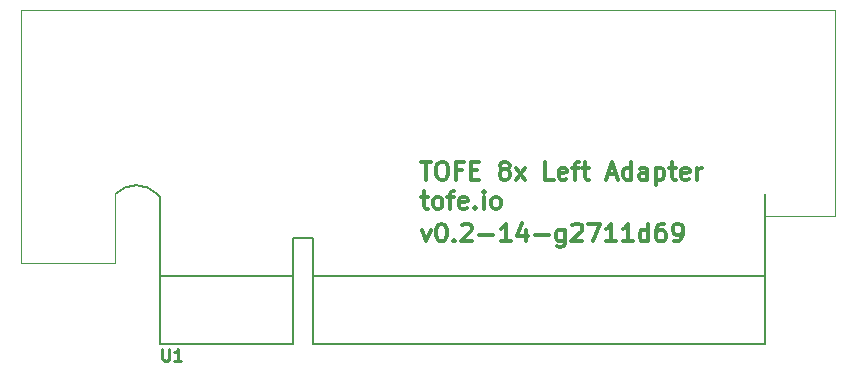
<source format=gto>
G04 #@! TF.FileFunction,Legend,Top*
%FSLAX46Y46*%
G04 Gerber Fmt 4.6, Leading zero omitted, Abs format (unit mm)*
G04 Created by KiCad (PCBNEW 4.0.2+e4-6225~38~ubuntu14.04.1-stable) date Wed Aug  3 16:15:20 2016*
%MOMM*%
G01*
G04 APERTURE LIST*
%ADD10C,0.350000*%
%ADD11C,0.300000*%
%ADD12C,0.100000*%
%ADD13C,0.375000*%
%ADD14C,0.200000*%
%ADD15C,0.254000*%
G04 APERTURE END LIST*
D10*
D11*
X196214286Y-178428571D02*
X196571429Y-179428571D01*
X196928571Y-178428571D01*
X197785714Y-177928571D02*
X197928571Y-177928571D01*
X198071428Y-178000000D01*
X198142857Y-178071429D01*
X198214286Y-178214286D01*
X198285714Y-178500000D01*
X198285714Y-178857143D01*
X198214286Y-179142857D01*
X198142857Y-179285714D01*
X198071428Y-179357143D01*
X197928571Y-179428571D01*
X197785714Y-179428571D01*
X197642857Y-179357143D01*
X197571428Y-179285714D01*
X197500000Y-179142857D01*
X197428571Y-178857143D01*
X197428571Y-178500000D01*
X197500000Y-178214286D01*
X197571428Y-178071429D01*
X197642857Y-178000000D01*
X197785714Y-177928571D01*
X198928571Y-179285714D02*
X198999999Y-179357143D01*
X198928571Y-179428571D01*
X198857142Y-179357143D01*
X198928571Y-179285714D01*
X198928571Y-179428571D01*
X199571428Y-178071429D02*
X199642857Y-178000000D01*
X199785714Y-177928571D01*
X200142857Y-177928571D01*
X200285714Y-178000000D01*
X200357143Y-178071429D01*
X200428571Y-178214286D01*
X200428571Y-178357143D01*
X200357143Y-178571429D01*
X199500000Y-179428571D01*
X200428571Y-179428571D01*
X201071428Y-178857143D02*
X202214285Y-178857143D01*
X203714285Y-179428571D02*
X202857142Y-179428571D01*
X203285714Y-179428571D02*
X203285714Y-177928571D01*
X203142857Y-178142857D01*
X202999999Y-178285714D01*
X202857142Y-178357143D01*
X204999999Y-178428571D02*
X204999999Y-179428571D01*
X204642856Y-177857143D02*
X204285713Y-178928571D01*
X205214285Y-178928571D01*
X205785713Y-178857143D02*
X206928570Y-178857143D01*
X208285713Y-178428571D02*
X208285713Y-179642857D01*
X208214284Y-179785714D01*
X208142856Y-179857143D01*
X207999999Y-179928571D01*
X207785713Y-179928571D01*
X207642856Y-179857143D01*
X208285713Y-179357143D02*
X208142856Y-179428571D01*
X207857142Y-179428571D01*
X207714284Y-179357143D01*
X207642856Y-179285714D01*
X207571427Y-179142857D01*
X207571427Y-178714286D01*
X207642856Y-178571429D01*
X207714284Y-178500000D01*
X207857142Y-178428571D01*
X208142856Y-178428571D01*
X208285713Y-178500000D01*
X208928570Y-178071429D02*
X208999999Y-178000000D01*
X209142856Y-177928571D01*
X209499999Y-177928571D01*
X209642856Y-178000000D01*
X209714285Y-178071429D01*
X209785713Y-178214286D01*
X209785713Y-178357143D01*
X209714285Y-178571429D01*
X208857142Y-179428571D01*
X209785713Y-179428571D01*
X210285713Y-177928571D02*
X211285713Y-177928571D01*
X210642856Y-179428571D01*
X212642855Y-179428571D02*
X211785712Y-179428571D01*
X212214284Y-179428571D02*
X212214284Y-177928571D01*
X212071427Y-178142857D01*
X211928569Y-178285714D01*
X211785712Y-178357143D01*
X214071426Y-179428571D02*
X213214283Y-179428571D01*
X213642855Y-179428571D02*
X213642855Y-177928571D01*
X213499998Y-178142857D01*
X213357140Y-178285714D01*
X213214283Y-178357143D01*
X215357140Y-179428571D02*
X215357140Y-177928571D01*
X215357140Y-179357143D02*
X215214283Y-179428571D01*
X214928569Y-179428571D01*
X214785711Y-179357143D01*
X214714283Y-179285714D01*
X214642854Y-179142857D01*
X214642854Y-178714286D01*
X214714283Y-178571429D01*
X214785711Y-178500000D01*
X214928569Y-178428571D01*
X215214283Y-178428571D01*
X215357140Y-178500000D01*
X216714283Y-177928571D02*
X216428569Y-177928571D01*
X216285712Y-178000000D01*
X216214283Y-178071429D01*
X216071426Y-178285714D01*
X215999997Y-178571429D01*
X215999997Y-179142857D01*
X216071426Y-179285714D01*
X216142854Y-179357143D01*
X216285712Y-179428571D01*
X216571426Y-179428571D01*
X216714283Y-179357143D01*
X216785712Y-179285714D01*
X216857140Y-179142857D01*
X216857140Y-178785714D01*
X216785712Y-178642857D01*
X216714283Y-178571429D01*
X216571426Y-178500000D01*
X216285712Y-178500000D01*
X216142854Y-178571429D01*
X216071426Y-178642857D01*
X215999997Y-178785714D01*
X217571425Y-179428571D02*
X217857140Y-179428571D01*
X217999997Y-179357143D01*
X218071425Y-179285714D01*
X218214283Y-179071429D01*
X218285711Y-178785714D01*
X218285711Y-178214286D01*
X218214283Y-178071429D01*
X218142854Y-178000000D01*
X217999997Y-177928571D01*
X217714283Y-177928571D01*
X217571425Y-178000000D01*
X217499997Y-178071429D01*
X217428568Y-178214286D01*
X217428568Y-178571429D01*
X217499997Y-178714286D01*
X217571425Y-178785714D01*
X217714283Y-178857143D01*
X217999997Y-178857143D01*
X218142854Y-178785714D01*
X218214283Y-178714286D01*
X218285711Y-178571429D01*
D12*
X174000000Y-175677360D02*
X173750000Y-175427360D01*
X174000000Y-175720060D02*
X174000000Y-188150000D01*
X185250000Y-179150000D02*
X185250000Y-188150000D01*
X162250000Y-159804100D02*
X162250000Y-181250000D01*
X170225720Y-175488600D02*
X170225720Y-181250000D01*
X170172380Y-181250000D02*
X162250000Y-181250000D01*
X225247200Y-177250000D02*
X231165400Y-177250000D01*
X231162860Y-159804100D02*
X162250000Y-159804100D01*
X231165400Y-177241200D02*
X231165400Y-159806640D01*
X225250000Y-177250000D02*
X225250000Y-177500000D01*
D13*
X196142857Y-172691071D02*
X197000000Y-172691071D01*
X196571429Y-174191071D02*
X196571429Y-172691071D01*
X197785714Y-172691071D02*
X198071428Y-172691071D01*
X198214286Y-172762500D01*
X198357143Y-172905357D01*
X198428571Y-173191071D01*
X198428571Y-173691071D01*
X198357143Y-173976786D01*
X198214286Y-174119643D01*
X198071428Y-174191071D01*
X197785714Y-174191071D01*
X197642857Y-174119643D01*
X197500000Y-173976786D01*
X197428571Y-173691071D01*
X197428571Y-173191071D01*
X197500000Y-172905357D01*
X197642857Y-172762500D01*
X197785714Y-172691071D01*
X199571429Y-173405357D02*
X199071429Y-173405357D01*
X199071429Y-174191071D02*
X199071429Y-172691071D01*
X199785715Y-172691071D01*
X200357143Y-173405357D02*
X200857143Y-173405357D01*
X201071429Y-174191071D02*
X200357143Y-174191071D01*
X200357143Y-172691071D01*
X201071429Y-172691071D01*
X203071429Y-173333929D02*
X202928571Y-173262500D01*
X202857143Y-173191071D01*
X202785714Y-173048214D01*
X202785714Y-172976786D01*
X202857143Y-172833929D01*
X202928571Y-172762500D01*
X203071429Y-172691071D01*
X203357143Y-172691071D01*
X203500000Y-172762500D01*
X203571429Y-172833929D01*
X203642857Y-172976786D01*
X203642857Y-173048214D01*
X203571429Y-173191071D01*
X203500000Y-173262500D01*
X203357143Y-173333929D01*
X203071429Y-173333929D01*
X202928571Y-173405357D01*
X202857143Y-173476786D01*
X202785714Y-173619643D01*
X202785714Y-173905357D01*
X202857143Y-174048214D01*
X202928571Y-174119643D01*
X203071429Y-174191071D01*
X203357143Y-174191071D01*
X203500000Y-174119643D01*
X203571429Y-174048214D01*
X203642857Y-173905357D01*
X203642857Y-173619643D01*
X203571429Y-173476786D01*
X203500000Y-173405357D01*
X203357143Y-173333929D01*
X204142857Y-174191071D02*
X204928571Y-173191071D01*
X204142857Y-173191071D02*
X204928571Y-174191071D01*
X207357143Y-174191071D02*
X206642857Y-174191071D01*
X206642857Y-172691071D01*
X208428571Y-174119643D02*
X208285714Y-174191071D01*
X208000000Y-174191071D01*
X207857143Y-174119643D01*
X207785714Y-173976786D01*
X207785714Y-173405357D01*
X207857143Y-173262500D01*
X208000000Y-173191071D01*
X208285714Y-173191071D01*
X208428571Y-173262500D01*
X208500000Y-173405357D01*
X208500000Y-173548214D01*
X207785714Y-173691071D01*
X208928571Y-173191071D02*
X209500000Y-173191071D01*
X209142857Y-174191071D02*
X209142857Y-172905357D01*
X209214285Y-172762500D01*
X209357143Y-172691071D01*
X209500000Y-172691071D01*
X209785714Y-173191071D02*
X210357143Y-173191071D01*
X210000000Y-172691071D02*
X210000000Y-173976786D01*
X210071428Y-174119643D01*
X210214286Y-174191071D01*
X210357143Y-174191071D01*
X211928571Y-173762500D02*
X212642857Y-173762500D01*
X211785714Y-174191071D02*
X212285714Y-172691071D01*
X212785714Y-174191071D01*
X213928571Y-174191071D02*
X213928571Y-172691071D01*
X213928571Y-174119643D02*
X213785714Y-174191071D01*
X213500000Y-174191071D01*
X213357142Y-174119643D01*
X213285714Y-174048214D01*
X213214285Y-173905357D01*
X213214285Y-173476786D01*
X213285714Y-173333929D01*
X213357142Y-173262500D01*
X213500000Y-173191071D01*
X213785714Y-173191071D01*
X213928571Y-173262500D01*
X215285714Y-174191071D02*
X215285714Y-173405357D01*
X215214285Y-173262500D01*
X215071428Y-173191071D01*
X214785714Y-173191071D01*
X214642857Y-173262500D01*
X215285714Y-174119643D02*
X215142857Y-174191071D01*
X214785714Y-174191071D01*
X214642857Y-174119643D01*
X214571428Y-173976786D01*
X214571428Y-173833929D01*
X214642857Y-173691071D01*
X214785714Y-173619643D01*
X215142857Y-173619643D01*
X215285714Y-173548214D01*
X216000000Y-173191071D02*
X216000000Y-174691071D01*
X216000000Y-173262500D02*
X216142857Y-173191071D01*
X216428571Y-173191071D01*
X216571428Y-173262500D01*
X216642857Y-173333929D01*
X216714286Y-173476786D01*
X216714286Y-173905357D01*
X216642857Y-174048214D01*
X216571428Y-174119643D01*
X216428571Y-174191071D01*
X216142857Y-174191071D01*
X216000000Y-174119643D01*
X217142857Y-173191071D02*
X217714286Y-173191071D01*
X217357143Y-172691071D02*
X217357143Y-173976786D01*
X217428571Y-174119643D01*
X217571429Y-174191071D01*
X217714286Y-174191071D01*
X218785714Y-174119643D02*
X218642857Y-174191071D01*
X218357143Y-174191071D01*
X218214286Y-174119643D01*
X218142857Y-173976786D01*
X218142857Y-173405357D01*
X218214286Y-173262500D01*
X218357143Y-173191071D01*
X218642857Y-173191071D01*
X218785714Y-173262500D01*
X218857143Y-173405357D01*
X218857143Y-173548214D01*
X218142857Y-173691071D01*
X219500000Y-174191071D02*
X219500000Y-173191071D01*
X219500000Y-173476786D02*
X219571428Y-173333929D01*
X219642857Y-173262500D01*
X219785714Y-173191071D01*
X219928571Y-173191071D01*
X196142857Y-175666071D02*
X196714286Y-175666071D01*
X196357143Y-175166071D02*
X196357143Y-176451786D01*
X196428571Y-176594643D01*
X196571429Y-176666071D01*
X196714286Y-176666071D01*
X197428572Y-176666071D02*
X197285714Y-176594643D01*
X197214286Y-176523214D01*
X197142857Y-176380357D01*
X197142857Y-175951786D01*
X197214286Y-175808929D01*
X197285714Y-175737500D01*
X197428572Y-175666071D01*
X197642857Y-175666071D01*
X197785714Y-175737500D01*
X197857143Y-175808929D01*
X197928572Y-175951786D01*
X197928572Y-176380357D01*
X197857143Y-176523214D01*
X197785714Y-176594643D01*
X197642857Y-176666071D01*
X197428572Y-176666071D01*
X198357143Y-175666071D02*
X198928572Y-175666071D01*
X198571429Y-176666071D02*
X198571429Y-175380357D01*
X198642857Y-175237500D01*
X198785715Y-175166071D01*
X198928572Y-175166071D01*
X200000000Y-176594643D02*
X199857143Y-176666071D01*
X199571429Y-176666071D01*
X199428572Y-176594643D01*
X199357143Y-176451786D01*
X199357143Y-175880357D01*
X199428572Y-175737500D01*
X199571429Y-175666071D01*
X199857143Y-175666071D01*
X200000000Y-175737500D01*
X200071429Y-175880357D01*
X200071429Y-176023214D01*
X199357143Y-176166071D01*
X200714286Y-176523214D02*
X200785714Y-176594643D01*
X200714286Y-176666071D01*
X200642857Y-176594643D01*
X200714286Y-176523214D01*
X200714286Y-176666071D01*
X201428572Y-176666071D02*
X201428572Y-175666071D01*
X201428572Y-175166071D02*
X201357143Y-175237500D01*
X201428572Y-175308929D01*
X201500000Y-175237500D01*
X201428572Y-175166071D01*
X201428572Y-175308929D01*
X202357144Y-176666071D02*
X202214286Y-176594643D01*
X202142858Y-176523214D01*
X202071429Y-176380357D01*
X202071429Y-175951786D01*
X202142858Y-175808929D01*
X202214286Y-175737500D01*
X202357144Y-175666071D01*
X202571429Y-175666071D01*
X202714286Y-175737500D01*
X202785715Y-175808929D01*
X202857144Y-175951786D01*
X202857144Y-176380357D01*
X202785715Y-176523214D01*
X202714286Y-176594643D01*
X202571429Y-176666071D01*
X202357144Y-176666071D01*
D12*
X185250000Y-188150000D02*
X174000000Y-188150000D01*
X187000000Y-179150000D02*
X185250000Y-179150000D01*
X187000000Y-188150000D02*
X187000000Y-179150000D01*
X225250000Y-188150000D02*
X187000000Y-188150000D01*
X225250000Y-177250000D02*
X225250000Y-188150000D01*
X173795515Y-175473408D02*
G75*
G03X170265240Y-175442600I-1780275J-1719192D01*
G01*
D14*
X174014220Y-188136920D02*
X174014220Y-181136920D01*
X174014220Y-181136920D02*
X174014220Y-175636920D01*
X174014220Y-175636920D02*
X173764220Y-175386920D01*
X173764220Y-175386920D02*
G75*
G03X170264220Y-175386920I-1750000J-1750000D01*
G01*
X225264220Y-182886920D02*
X225264220Y-175386920D01*
X225264220Y-182386920D02*
X187014220Y-182386920D01*
X225264220Y-188136920D02*
X225264220Y-182386920D01*
X187014220Y-188136920D02*
X225264220Y-188136920D01*
X187014220Y-179136920D02*
X187014220Y-188136920D01*
X185264220Y-179136920D02*
X187014220Y-179136920D01*
X185264220Y-179136920D02*
X185264220Y-188136920D01*
X185264220Y-182386920D02*
X174014220Y-182386920D01*
X174014220Y-188136920D02*
X185264220Y-188136920D01*
D15*
X174221745Y-188508519D02*
X174221745Y-189330995D01*
X174270126Y-189427757D01*
X174318507Y-189476138D01*
X174415269Y-189524519D01*
X174608792Y-189524519D01*
X174705554Y-189476138D01*
X174753935Y-189427757D01*
X174802316Y-189330995D01*
X174802316Y-188508519D01*
X175818316Y-189524519D02*
X175237745Y-189524519D01*
X175528031Y-189524519D02*
X175528031Y-188508519D01*
X175431269Y-188653662D01*
X175334507Y-188750424D01*
X175237745Y-188798805D01*
M02*

</source>
